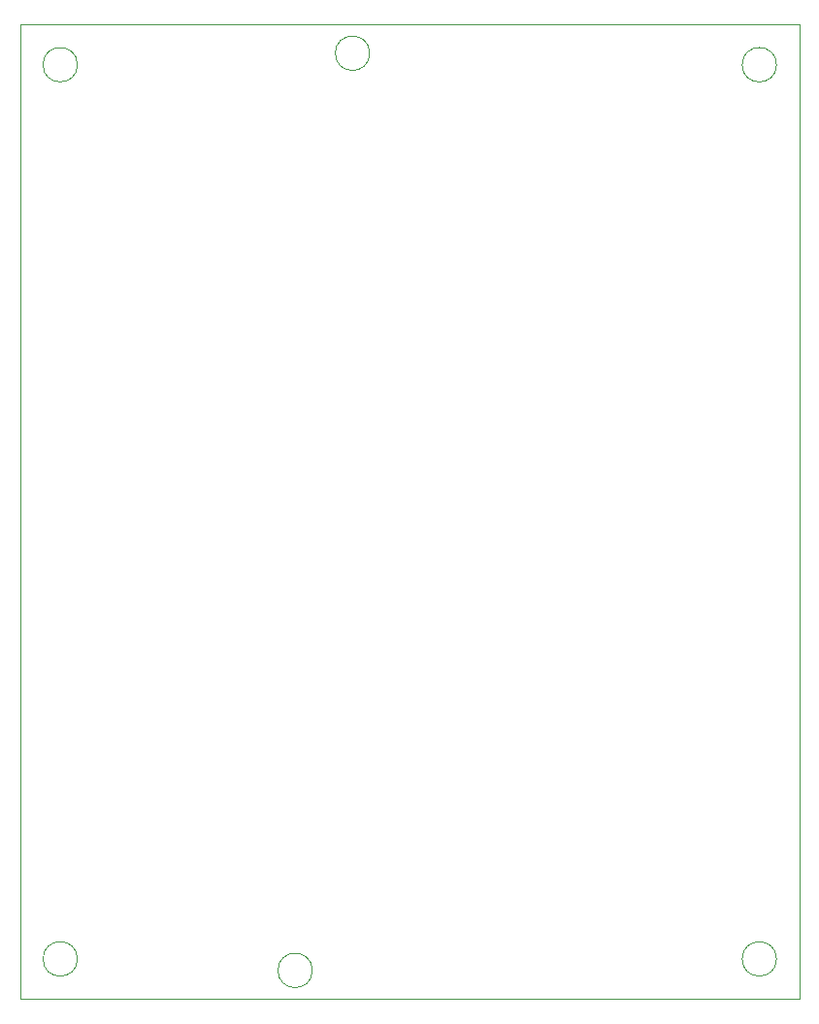
<source format=gm1>
G04 #@! TF.GenerationSoftware,KiCad,Pcbnew,(5.0.2)-1*
G04 #@! TF.CreationDate,2019-03-05T13:12:27+03:00*
G04 #@! TF.ProjectId,stm8do,73746d38-646f-42e6-9b69-6361645f7063,rev?*
G04 #@! TF.SameCoordinates,Original*
G04 #@! TF.FileFunction,Profile,NP*
%FSLAX46Y46*%
G04 Gerber Fmt 4.6, Leading zero omitted, Abs format (unit mm)*
G04 Created by KiCad (PCBNEW (5.0.2)-1) date 05.03.2019 13:12:27*
%MOMM*%
%LPD*%
G01*
G04 APERTURE LIST*
%ADD10C,0.100000*%
G04 APERTURE END LIST*
D10*
X74500000Y-59000000D02*
G75*
G03X74500000Y-59000000I-1500000J0D01*
G01*
X135500000Y-59000000D02*
G75*
G03X135500000Y-59000000I-1500000J0D01*
G01*
X135500000Y-137000000D02*
G75*
G03X135500000Y-137000000I-1500000J0D01*
G01*
X74500000Y-137000000D02*
G75*
G03X74500000Y-137000000I-1500000J0D01*
G01*
X95000000Y-138000000D02*
G75*
G03X95000000Y-138000000I-1500000J0D01*
G01*
X100000000Y-58000000D02*
G75*
G03X100000000Y-58000000I-1500000J0D01*
G01*
X137500000Y-55500000D02*
X69500000Y-55500000D01*
X137500000Y-140500000D02*
X137500000Y-55500000D01*
X69500000Y-140500000D02*
X137500000Y-140500000D01*
X69500000Y-55500000D02*
X69500000Y-140500000D01*
M02*

</source>
